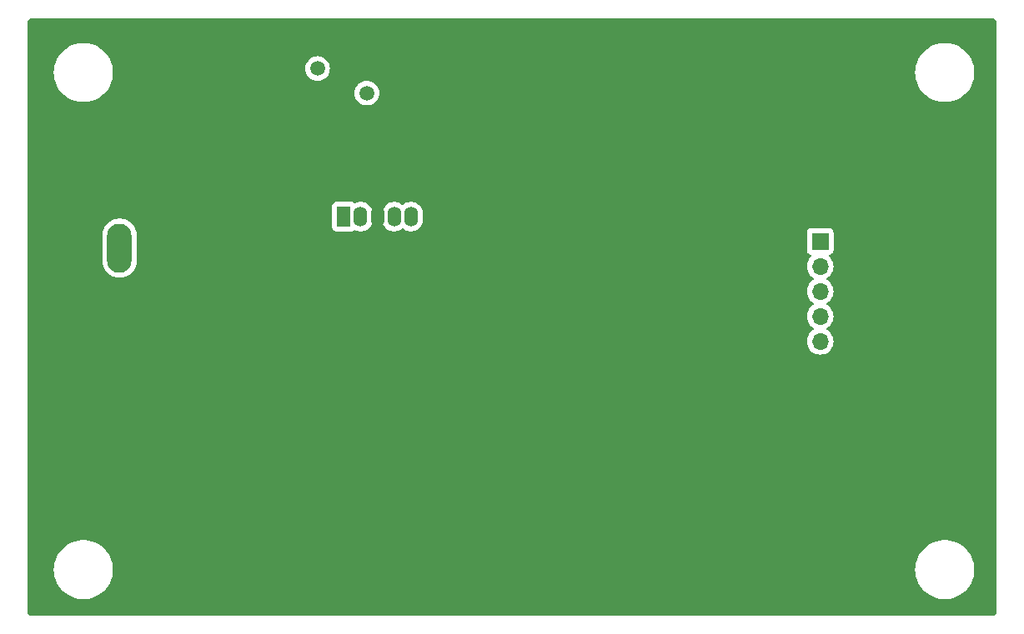
<source format=gbr>
%TF.GenerationSoftware,KiCad,Pcbnew,8.0.7-8.0.7-0~ubuntu20.04.1*%
%TF.CreationDate,2025-01-31T01:02:46+05:30*%
%TF.ProjectId,Buck_Converter_12V_3V3,4275636b-5f43-46f6-9e76-65727465725f,rev?*%
%TF.SameCoordinates,Original*%
%TF.FileFunction,Copper,L2,Bot*%
%TF.FilePolarity,Positive*%
%FSLAX46Y46*%
G04 Gerber Fmt 4.6, Leading zero omitted, Abs format (unit mm)*
G04 Created by KiCad (PCBNEW 8.0.7-8.0.7-0~ubuntu20.04.1) date 2025-01-31 01:02:46*
%MOMM*%
%LPD*%
G01*
G04 APERTURE LIST*
%TA.AperFunction,ComponentPad*%
%ADD10C,1.498600*%
%TD*%
%TA.AperFunction,ComponentPad*%
%ADD11O,2.500000X5.000000*%
%TD*%
%TA.AperFunction,ComponentPad*%
%ADD12O,2.250000X4.500000*%
%TD*%
%TA.AperFunction,ComponentPad*%
%ADD13O,4.500000X2.250000*%
%TD*%
%TA.AperFunction,ComponentPad*%
%ADD14R,1.700000X1.700000*%
%TD*%
%TA.AperFunction,ComponentPad*%
%ADD15O,1.700000X1.700000*%
%TD*%
%TA.AperFunction,ComponentPad*%
%ADD16R,1.400000X2.000001*%
%TD*%
%TA.AperFunction,ComponentPad*%
%ADD17O,1.400000X2.000001*%
%TD*%
%TA.AperFunction,ViaPad*%
%ADD18C,0.600000*%
%TD*%
G04 APERTURE END LIST*
D10*
%TO.P,RV1,1,1*%
%TO.N,Net-(J2-Pin_1)*%
X101990000Y-56960000D03*
%TO.P,RV1,2,2*%
%TO.N,Net-(U1-FB)*%
X106990000Y-59460000D03*
%TO.P,RV1,3,3*%
%TO.N,GND*%
X101990000Y-61959990D03*
%TD*%
D11*
%TO.P,J1,1*%
%TO.N,Net-(U1-VIN)*%
X81880000Y-75210000D03*
D12*
%TO.P,J1,2*%
%TO.N,GND*%
X75880000Y-75210000D03*
D13*
%TO.P,J1,3*%
X78880000Y-79910000D03*
%TD*%
D14*
%TO.P,J3,1,Pin_1*%
%TO.N,GND*%
X160890000Y-74530000D03*
D15*
%TO.P,J3,2,Pin_2*%
X160890000Y-77070000D03*
%TO.P,J3,3,Pin_3*%
X160890000Y-79610000D03*
%TO.P,J3,4,Pin_4*%
X160890000Y-82150000D03*
%TO.P,J3,5,Pin_5*%
X160890000Y-84690000D03*
%TD*%
D14*
%TO.P,J2,1,Pin_1*%
%TO.N,Net-(J2-Pin_1)*%
X153020000Y-74530000D03*
D15*
%TO.P,J2,2,Pin_2*%
X153020000Y-77070000D03*
%TO.P,J2,3,Pin_3*%
X153020000Y-79610000D03*
%TO.P,J2,4,Pin_4*%
X153020000Y-82150000D03*
%TO.P,J2,5,Pin_5*%
X153020000Y-84690000D03*
%TD*%
D16*
%TO.P,U1,1,VIN*%
%TO.N,Net-(U1-VIN)*%
X104659999Y-72010000D03*
D17*
%TO.P,U1,2,OUT*%
%TO.N,Net-(D1-K)*%
X106359999Y-72010000D03*
%TO.P,U1,3,GND*%
%TO.N,GND*%
X108060000Y-72010000D03*
%TO.P,U1,4,FB*%
%TO.N,Net-(U1-FB)*%
X109759999Y-72010000D03*
%TO.P,U1,5,ON_OFF_N*%
%TO.N,Net-(U1-ON_OFF_N)*%
X111459999Y-72010000D03*
%TD*%
D18*
%TO.N,GND*%
X153430000Y-94740000D03*
X156510000Y-94740000D03*
X150350000Y-94740000D03*
X154970000Y-94740000D03*
X151890000Y-94740000D03*
X150350000Y-99000000D03*
X153430000Y-100540000D03*
X156510000Y-100540000D03*
X154970000Y-95920000D03*
X153430000Y-99000000D03*
X151890000Y-97460000D03*
X156510000Y-95920000D03*
X150350000Y-100540000D03*
X151890000Y-99000000D03*
X154970000Y-99000000D03*
X154970000Y-97460000D03*
X150350000Y-95920000D03*
X156510000Y-99000000D03*
X151890000Y-95920000D03*
X153430000Y-97460000D03*
X156510000Y-97460000D03*
X154970000Y-100540000D03*
X151890000Y-100540000D03*
X150350000Y-97460000D03*
X153430000Y-95920000D03*
X141340000Y-55070000D03*
X90760000Y-103030000D03*
X148290000Y-63090000D03*
X86140000Y-92570000D03*
X86140000Y-95650000D03*
X120390000Y-103750000D03*
X117610000Y-70740000D03*
X84600000Y-92570000D03*
X86140000Y-101490000D03*
X120390000Y-100670000D03*
X142880000Y-56610000D03*
X121930000Y-105290000D03*
X96180000Y-57800000D03*
X154420000Y-56840000D03*
X84600000Y-94110000D03*
X90760000Y-89680000D03*
X90240000Y-60910000D03*
X123480000Y-83940000D03*
X84600000Y-99950000D03*
X119150000Y-75360000D03*
X120430000Y-81040000D03*
X93320000Y-59370000D03*
X93320000Y-56290000D03*
X94640000Y-60880000D03*
X120430000Y-79500000D03*
X133860000Y-53560000D03*
X120400000Y-96060000D03*
X120400000Y-91580000D03*
X87680000Y-94110000D03*
X149830000Y-61550000D03*
X90760000Y-99950000D03*
X120400000Y-87020000D03*
X120400000Y-94520000D03*
X90240000Y-57830000D03*
X84600000Y-89680000D03*
X121970000Y-79500000D03*
X123470000Y-102210000D03*
X120400000Y-93120000D03*
X116070000Y-73820000D03*
X135400000Y-55100000D03*
X142880000Y-53530000D03*
X119150000Y-72280000D03*
X117610000Y-73820000D03*
X84600000Y-98410000D03*
X120690000Y-75360000D03*
X90760000Y-97190000D03*
X153430000Y-101730000D03*
X154230000Y-59980000D03*
X139800000Y-53530000D03*
X125050000Y-79500000D03*
X121940000Y-90040000D03*
X122010000Y-73790000D03*
X126630000Y-72250000D03*
X154230000Y-61520000D03*
X126630000Y-70710000D03*
X87680000Y-98410000D03*
X126560000Y-94520000D03*
X152910000Y-64630000D03*
X126550000Y-105290000D03*
X149800000Y-58380000D03*
X120430000Y-76420000D03*
X120700000Y-64480000D03*
X123480000Y-93120000D03*
X125020000Y-96060000D03*
X84600000Y-97190000D03*
X125010000Y-103750000D03*
X135400000Y-56640000D03*
X132320000Y-56640000D03*
X119160000Y-61400000D03*
X150350000Y-103270000D03*
X125020000Y-99140000D03*
X121940000Y-83940000D03*
X148290000Y-61550000D03*
X93320000Y-57830000D03*
X149830000Y-64630000D03*
X87680000Y-91220000D03*
X139800000Y-56610000D03*
X154230000Y-64600000D03*
X87650000Y-85280000D03*
X126630000Y-69170000D03*
X126590000Y-79500000D03*
X141340000Y-56610000D03*
X120390000Y-102210000D03*
X132320000Y-53560000D03*
X117620000Y-61400000D03*
X149830000Y-66170000D03*
X89220000Y-91220000D03*
X87680000Y-97190000D03*
X90240000Y-56290000D03*
X86140000Y-97190000D03*
X136940000Y-53560000D03*
X125020000Y-93120000D03*
X90730000Y-85280000D03*
X123550000Y-70710000D03*
X125020000Y-88500000D03*
X93320000Y-62450000D03*
X120690000Y-73820000D03*
X125090000Y-72250000D03*
X151340000Y-58380000D03*
X125020000Y-94520000D03*
X120400000Y-82400000D03*
X156510000Y-103270000D03*
X123510000Y-77960000D03*
X88700000Y-62450000D03*
X120700000Y-66020000D03*
X86140000Y-103030000D03*
X116070000Y-72280000D03*
X151370000Y-61550000D03*
X126560000Y-85480000D03*
X125010000Y-102210000D03*
X126550000Y-102210000D03*
X149800000Y-53760000D03*
X93320000Y-60910000D03*
X153430000Y-103270000D03*
X154230000Y-66140000D03*
X126550000Y-100670000D03*
X151370000Y-66170000D03*
X119160000Y-66020000D03*
X126630000Y-73790000D03*
X89220000Y-86600000D03*
X154420000Y-58380000D03*
X89220000Y-101490000D03*
X117620000Y-67560000D03*
X84570000Y-85280000D03*
X125090000Y-75330000D03*
X89220000Y-103030000D03*
X121940000Y-87020000D03*
X120390000Y-105290000D03*
X121930000Y-103750000D03*
X152910000Y-66170000D03*
X90240000Y-62450000D03*
X120400000Y-85480000D03*
X154230000Y-63060000D03*
X90760000Y-86600000D03*
X125020000Y-82400000D03*
X123480000Y-96060000D03*
X123480000Y-85480000D03*
X91780000Y-56290000D03*
X120690000Y-72280000D03*
X126560000Y-99140000D03*
X125090000Y-73790000D03*
X136940000Y-55100000D03*
X87680000Y-88140000D03*
X87680000Y-92570000D03*
X121930000Y-102210000D03*
X126560000Y-90040000D03*
X125020000Y-90040000D03*
X89220000Y-92570000D03*
X152910000Y-63090000D03*
X120700000Y-61400000D03*
X86140000Y-98410000D03*
X96180000Y-56260000D03*
X86140000Y-91220000D03*
X123510000Y-79500000D03*
X121940000Y-99140000D03*
X126550000Y-103750000D03*
X120400000Y-99140000D03*
X148260000Y-53760000D03*
X86140000Y-86600000D03*
X120700000Y-67560000D03*
X151890000Y-101730000D03*
X86140000Y-99950000D03*
X152880000Y-56840000D03*
X120400000Y-88500000D03*
X135400000Y-53560000D03*
X148260000Y-56840000D03*
X120400000Y-97600000D03*
X141340000Y-53530000D03*
X122010000Y-75330000D03*
X120700000Y-62940000D03*
X86140000Y-88140000D03*
X96180000Y-59340000D03*
X126560000Y-93120000D03*
X116080000Y-64480000D03*
X152910000Y-61550000D03*
X125050000Y-76420000D03*
X87680000Y-86600000D03*
X148260000Y-55300000D03*
X132320000Y-55100000D03*
X87680000Y-89680000D03*
X88700000Y-60910000D03*
X149830000Y-63090000D03*
X94640000Y-57800000D03*
X94640000Y-56260000D03*
X150350000Y-101730000D03*
X126560000Y-97600000D03*
X123550000Y-72250000D03*
X90760000Y-92570000D03*
X152910000Y-60010000D03*
X126560000Y-83940000D03*
X151370000Y-64630000D03*
X117620000Y-64480000D03*
X123480000Y-94520000D03*
X139800000Y-55070000D03*
X125020000Y-83940000D03*
X138260000Y-56610000D03*
X119150000Y-70740000D03*
X84600000Y-103030000D03*
X121970000Y-77960000D03*
X89220000Y-97190000D03*
X122010000Y-70710000D03*
X154970000Y-103270000D03*
X126560000Y-82400000D03*
X91780000Y-62450000D03*
X148260000Y-58380000D03*
X116080000Y-66020000D03*
X125010000Y-105290000D03*
X125020000Y-85480000D03*
X119150000Y-69200000D03*
X90760000Y-91220000D03*
X123510000Y-81040000D03*
X126590000Y-76420000D03*
X121970000Y-81040000D03*
X87680000Y-103030000D03*
X91780000Y-60910000D03*
X91780000Y-57830000D03*
X96180000Y-60880000D03*
X89220000Y-95650000D03*
X123550000Y-69170000D03*
X126590000Y-81040000D03*
X151370000Y-63090000D03*
X116070000Y-69200000D03*
X123480000Y-88500000D03*
X89220000Y-89680000D03*
X122010000Y-72250000D03*
X87680000Y-95650000D03*
X116080000Y-61400000D03*
X123550000Y-75330000D03*
X86140000Y-89680000D03*
X123470000Y-105290000D03*
X84600000Y-91220000D03*
X89190000Y-85280000D03*
X123480000Y-91580000D03*
X88700000Y-57830000D03*
X136940000Y-56640000D03*
X120400000Y-90040000D03*
X151340000Y-55300000D03*
X125020000Y-87020000D03*
X126630000Y-75330000D03*
X126560000Y-91580000D03*
X84600000Y-88140000D03*
X116080000Y-62940000D03*
X154420000Y-55300000D03*
X126590000Y-77960000D03*
X121940000Y-85480000D03*
X133860000Y-55100000D03*
X116070000Y-70740000D03*
X123480000Y-99140000D03*
X90240000Y-59370000D03*
X117610000Y-75360000D03*
X96180000Y-62420000D03*
X90760000Y-95650000D03*
X148290000Y-60010000D03*
X151340000Y-56840000D03*
X90760000Y-94110000D03*
X121970000Y-76420000D03*
X133860000Y-56640000D03*
X121940000Y-94520000D03*
X91780000Y-59370000D03*
X88700000Y-59370000D03*
X125090000Y-69170000D03*
X123550000Y-73790000D03*
X121940000Y-91580000D03*
X156510000Y-101730000D03*
X88700000Y-56290000D03*
X119160000Y-67560000D03*
X121930000Y-100670000D03*
X149800000Y-55300000D03*
X89220000Y-99950000D03*
X87680000Y-99950000D03*
X149800000Y-56840000D03*
X125020000Y-91580000D03*
X123480000Y-87020000D03*
X121940000Y-82400000D03*
X89220000Y-88140000D03*
X89220000Y-94110000D03*
X90760000Y-101490000D03*
X121940000Y-97600000D03*
X151890000Y-103270000D03*
X120400000Y-83940000D03*
X154970000Y-101730000D03*
X152880000Y-53760000D03*
X84600000Y-95650000D03*
X119160000Y-62940000D03*
X117610000Y-69200000D03*
X148290000Y-64630000D03*
X125050000Y-81040000D03*
X84600000Y-101490000D03*
X123480000Y-90040000D03*
X125020000Y-97600000D03*
X117620000Y-66020000D03*
X116070000Y-75360000D03*
X116080000Y-67560000D03*
X89220000Y-98410000D03*
X154420000Y-53760000D03*
X94640000Y-62420000D03*
X84600000Y-86600000D03*
X123510000Y-76420000D03*
X94640000Y-59340000D03*
X125090000Y-70710000D03*
X121940000Y-88500000D03*
X121940000Y-96060000D03*
X117610000Y-72280000D03*
X90760000Y-88140000D03*
X123470000Y-100670000D03*
X123470000Y-103750000D03*
X125050000Y-77960000D03*
X126560000Y-96060000D03*
X119150000Y-73820000D03*
X87680000Y-101490000D03*
X142880000Y-55070000D03*
X151370000Y-60010000D03*
X138260000Y-55070000D03*
X148290000Y-66170000D03*
X125010000Y-100670000D03*
X152880000Y-55300000D03*
X122010000Y-69170000D03*
X138260000Y-53530000D03*
X149830000Y-60010000D03*
X126560000Y-87020000D03*
X120690000Y-69200000D03*
X119160000Y-64480000D03*
X126560000Y-88500000D03*
X90760000Y-98410000D03*
X86110000Y-85280000D03*
X86140000Y-94110000D03*
X123480000Y-82400000D03*
X152880000Y-58380000D03*
X123480000Y-97600000D03*
X151340000Y-53760000D03*
X121940000Y-93120000D03*
X120430000Y-77960000D03*
X120690000Y-70740000D03*
X117620000Y-62940000D03*
%TD*%
%TA.AperFunction,Conductor*%
%TO.N,GND*%
G36*
X170466922Y-51831280D02*
G01*
X170557266Y-51841459D01*
X170584331Y-51847636D01*
X170663540Y-51875352D01*
X170688553Y-51887398D01*
X170759606Y-51932043D01*
X170781313Y-51949355D01*
X170840644Y-52008686D01*
X170857957Y-52030395D01*
X170902600Y-52101444D01*
X170914648Y-52126462D01*
X170942362Y-52205666D01*
X170948540Y-52232735D01*
X170958720Y-52323076D01*
X170959500Y-52336961D01*
X170959500Y-112093038D01*
X170958720Y-112106923D01*
X170948540Y-112197264D01*
X170942362Y-112224333D01*
X170914648Y-112303537D01*
X170902600Y-112328555D01*
X170857957Y-112399604D01*
X170840644Y-112421313D01*
X170781313Y-112480644D01*
X170759604Y-112497957D01*
X170688555Y-112542600D01*
X170663537Y-112554648D01*
X170584333Y-112582362D01*
X170557264Y-112588540D01*
X170477075Y-112597576D01*
X170466921Y-112598720D01*
X170453038Y-112599500D01*
X73026962Y-112599500D01*
X73013078Y-112598720D01*
X73000553Y-112597308D01*
X72922735Y-112588540D01*
X72895666Y-112582362D01*
X72816462Y-112554648D01*
X72791444Y-112542600D01*
X72720395Y-112497957D01*
X72698686Y-112480644D01*
X72639355Y-112421313D01*
X72622042Y-112399604D01*
X72577399Y-112328555D01*
X72565351Y-112303537D01*
X72537637Y-112224333D01*
X72531459Y-112197263D01*
X72521280Y-112106922D01*
X72520500Y-112093038D01*
X72520500Y-107889996D01*
X75204415Y-107889996D01*
X75204415Y-107890003D01*
X75224738Y-108238927D01*
X75224739Y-108238938D01*
X75285428Y-108583127D01*
X75285430Y-108583134D01*
X75385674Y-108917972D01*
X75524107Y-109238895D01*
X75524113Y-109238908D01*
X75698870Y-109541597D01*
X75907584Y-109821949D01*
X75907589Y-109821955D01*
X75952114Y-109869148D01*
X76147442Y-110076183D01*
X76323903Y-110224251D01*
X76415186Y-110300847D01*
X76415194Y-110300853D01*
X76707203Y-110492911D01*
X76707207Y-110492913D01*
X77019549Y-110649777D01*
X77347989Y-110769319D01*
X77688086Y-110849923D01*
X78035241Y-110890500D01*
X78035248Y-110890500D01*
X78384752Y-110890500D01*
X78384759Y-110890500D01*
X78731914Y-110849923D01*
X79072011Y-110769319D01*
X79400451Y-110649777D01*
X79712793Y-110492913D01*
X80004811Y-110300849D01*
X80272558Y-110076183D01*
X80512412Y-109821953D01*
X80721130Y-109541596D01*
X80895889Y-109238904D01*
X81034326Y-108917971D01*
X81134569Y-108583136D01*
X81195262Y-108238927D01*
X81215585Y-107890000D01*
X81215585Y-107889996D01*
X162664415Y-107889996D01*
X162664415Y-107890003D01*
X162684738Y-108238927D01*
X162684739Y-108238938D01*
X162745428Y-108583127D01*
X162745430Y-108583134D01*
X162845674Y-108917972D01*
X162984107Y-109238895D01*
X162984113Y-109238908D01*
X163158870Y-109541597D01*
X163367584Y-109821949D01*
X163367589Y-109821955D01*
X163412114Y-109869148D01*
X163607442Y-110076183D01*
X163783903Y-110224251D01*
X163875186Y-110300847D01*
X163875194Y-110300853D01*
X164167203Y-110492911D01*
X164167207Y-110492913D01*
X164479549Y-110649777D01*
X164807989Y-110769319D01*
X165148086Y-110849923D01*
X165495241Y-110890500D01*
X165495248Y-110890500D01*
X165844752Y-110890500D01*
X165844759Y-110890500D01*
X166191914Y-110849923D01*
X166532011Y-110769319D01*
X166860451Y-110649777D01*
X167172793Y-110492913D01*
X167464811Y-110300849D01*
X167732558Y-110076183D01*
X167972412Y-109821953D01*
X168181130Y-109541596D01*
X168355889Y-109238904D01*
X168494326Y-108917971D01*
X168594569Y-108583136D01*
X168655262Y-108238927D01*
X168675585Y-107890000D01*
X168655262Y-107541073D01*
X168655260Y-107541061D01*
X168594571Y-107196872D01*
X168594569Y-107196865D01*
X168494325Y-106862027D01*
X168355892Y-106541104D01*
X168355889Y-106541096D01*
X168181130Y-106238404D01*
X168181129Y-106238402D01*
X167972415Y-105958050D01*
X167972410Y-105958044D01*
X167856433Y-105835117D01*
X167732558Y-105703817D01*
X167584488Y-105579572D01*
X167464813Y-105479152D01*
X167464805Y-105479146D01*
X167172796Y-105287088D01*
X166860458Y-105130226D01*
X166860452Y-105130223D01*
X166532012Y-105010681D01*
X166532009Y-105010680D01*
X166191915Y-104930077D01*
X166148519Y-104925004D01*
X165844759Y-104889500D01*
X165495241Y-104889500D01*
X165191480Y-104925004D01*
X165148085Y-104930077D01*
X165148083Y-104930077D01*
X164807990Y-105010680D01*
X164807987Y-105010681D01*
X164479547Y-105130223D01*
X164479541Y-105130226D01*
X164167203Y-105287088D01*
X163875194Y-105479146D01*
X163875186Y-105479152D01*
X163607442Y-105703817D01*
X163607440Y-105703819D01*
X163367589Y-105958044D01*
X163367584Y-105958050D01*
X163158870Y-106238402D01*
X162984113Y-106541091D01*
X162984107Y-106541104D01*
X162845674Y-106862027D01*
X162745430Y-107196865D01*
X162745428Y-107196872D01*
X162684739Y-107541061D01*
X162684738Y-107541072D01*
X162664415Y-107889996D01*
X81215585Y-107889996D01*
X81195262Y-107541073D01*
X81195260Y-107541061D01*
X81134571Y-107196872D01*
X81134569Y-107196865D01*
X81034325Y-106862027D01*
X80895892Y-106541104D01*
X80895889Y-106541096D01*
X80721130Y-106238404D01*
X80721129Y-106238402D01*
X80512415Y-105958050D01*
X80512410Y-105958044D01*
X80396433Y-105835117D01*
X80272558Y-105703817D01*
X80124488Y-105579572D01*
X80004813Y-105479152D01*
X80004805Y-105479146D01*
X79712796Y-105287088D01*
X79400458Y-105130226D01*
X79400452Y-105130223D01*
X79072012Y-105010681D01*
X79072009Y-105010680D01*
X78731915Y-104930077D01*
X78688519Y-104925004D01*
X78384759Y-104889500D01*
X78035241Y-104889500D01*
X77731480Y-104925004D01*
X77688085Y-104930077D01*
X77688083Y-104930077D01*
X77347990Y-105010680D01*
X77347987Y-105010681D01*
X77019547Y-105130223D01*
X77019541Y-105130226D01*
X76707203Y-105287088D01*
X76415194Y-105479146D01*
X76415186Y-105479152D01*
X76147442Y-105703817D01*
X76147440Y-105703819D01*
X75907589Y-105958044D01*
X75907584Y-105958050D01*
X75698870Y-106238402D01*
X75524113Y-106541091D01*
X75524107Y-106541104D01*
X75385674Y-106862027D01*
X75285430Y-107196865D01*
X75285428Y-107196872D01*
X75224739Y-107541061D01*
X75224738Y-107541072D01*
X75204415Y-107889996D01*
X72520500Y-107889996D01*
X72520500Y-73845258D01*
X80129500Y-73845258D01*
X80129500Y-76574741D01*
X80154446Y-76764215D01*
X80159452Y-76802238D01*
X80218842Y-77023887D01*
X80306650Y-77235876D01*
X80306657Y-77235890D01*
X80421392Y-77434617D01*
X80561081Y-77616661D01*
X80561089Y-77616670D01*
X80723330Y-77778911D01*
X80723338Y-77778918D01*
X80905382Y-77918607D01*
X80905385Y-77918608D01*
X80905388Y-77918611D01*
X81104112Y-78033344D01*
X81104117Y-78033346D01*
X81104123Y-78033349D01*
X81195480Y-78071190D01*
X81316113Y-78121158D01*
X81537762Y-78180548D01*
X81765266Y-78210500D01*
X81765273Y-78210500D01*
X81994727Y-78210500D01*
X81994734Y-78210500D01*
X82222238Y-78180548D01*
X82443887Y-78121158D01*
X82655888Y-78033344D01*
X82854612Y-77918611D01*
X83036661Y-77778919D01*
X83036665Y-77778914D01*
X83036670Y-77778911D01*
X83198911Y-77616670D01*
X83198914Y-77616665D01*
X83198919Y-77616661D01*
X83338611Y-77434612D01*
X83453344Y-77235888D01*
X83522058Y-77069999D01*
X151664341Y-77069999D01*
X151664341Y-77070000D01*
X151684936Y-77305403D01*
X151684938Y-77305413D01*
X151746094Y-77533655D01*
X151746096Y-77533659D01*
X151746097Y-77533663D01*
X151784800Y-77616661D01*
X151845965Y-77747830D01*
X151845967Y-77747834D01*
X151954281Y-77902521D01*
X151965544Y-77918607D01*
X151981501Y-77941395D01*
X151981506Y-77941402D01*
X152148597Y-78108493D01*
X152148603Y-78108498D01*
X152334158Y-78238425D01*
X152377783Y-78293002D01*
X152384977Y-78362500D01*
X152353454Y-78424855D01*
X152334158Y-78441575D01*
X152148597Y-78571505D01*
X151981505Y-78738597D01*
X151845965Y-78932169D01*
X151845964Y-78932171D01*
X151746098Y-79146335D01*
X151746094Y-79146344D01*
X151684938Y-79374586D01*
X151684936Y-79374596D01*
X151664341Y-79609999D01*
X151664341Y-79610000D01*
X151684936Y-79845403D01*
X151684938Y-79845413D01*
X151746094Y-80073655D01*
X151746096Y-80073659D01*
X151746097Y-80073663D01*
X151845965Y-80287830D01*
X151845967Y-80287834D01*
X151981501Y-80481395D01*
X151981506Y-80481402D01*
X152148597Y-80648493D01*
X152148603Y-80648498D01*
X152334158Y-80778425D01*
X152377783Y-80833002D01*
X152384977Y-80902500D01*
X152353454Y-80964855D01*
X152334158Y-80981575D01*
X152148597Y-81111505D01*
X151981505Y-81278597D01*
X151845965Y-81472169D01*
X151845964Y-81472171D01*
X151746098Y-81686335D01*
X151746094Y-81686344D01*
X151684938Y-81914586D01*
X151684936Y-81914596D01*
X151664341Y-82149999D01*
X151664341Y-82150000D01*
X151684936Y-82385403D01*
X151684938Y-82385413D01*
X151746094Y-82613655D01*
X151746096Y-82613659D01*
X151746097Y-82613663D01*
X151845965Y-82827830D01*
X151845967Y-82827834D01*
X151981501Y-83021395D01*
X151981506Y-83021402D01*
X152148597Y-83188493D01*
X152148603Y-83188498D01*
X152334158Y-83318425D01*
X152377783Y-83373002D01*
X152384977Y-83442500D01*
X152353454Y-83504855D01*
X152334158Y-83521575D01*
X152148597Y-83651505D01*
X151981505Y-83818597D01*
X151845965Y-84012169D01*
X151845964Y-84012171D01*
X151746098Y-84226335D01*
X151746094Y-84226344D01*
X151684938Y-84454586D01*
X151684936Y-84454596D01*
X151664341Y-84689999D01*
X151664341Y-84690000D01*
X151684936Y-84925403D01*
X151684938Y-84925413D01*
X151746094Y-85153655D01*
X151746096Y-85153659D01*
X151746097Y-85153663D01*
X151845965Y-85367830D01*
X151845967Y-85367834D01*
X151954281Y-85522521D01*
X151981505Y-85561401D01*
X152148599Y-85728495D01*
X152245384Y-85796265D01*
X152342165Y-85864032D01*
X152342167Y-85864033D01*
X152342170Y-85864035D01*
X152556337Y-85963903D01*
X152784592Y-86025063D01*
X152972918Y-86041539D01*
X153019999Y-86045659D01*
X153020000Y-86045659D01*
X153020001Y-86045659D01*
X153059234Y-86042226D01*
X153255408Y-86025063D01*
X153483663Y-85963903D01*
X153697830Y-85864035D01*
X153891401Y-85728495D01*
X154058495Y-85561401D01*
X154194035Y-85367830D01*
X154293903Y-85153663D01*
X154355063Y-84925408D01*
X154375659Y-84690000D01*
X154355063Y-84454592D01*
X154293903Y-84226337D01*
X154194035Y-84012171D01*
X154058495Y-83818599D01*
X154058494Y-83818597D01*
X153891402Y-83651506D01*
X153891396Y-83651501D01*
X153705842Y-83521575D01*
X153662217Y-83466998D01*
X153655023Y-83397500D01*
X153686546Y-83335145D01*
X153705842Y-83318425D01*
X153728026Y-83302891D01*
X153891401Y-83188495D01*
X154058495Y-83021401D01*
X154194035Y-82827830D01*
X154293903Y-82613663D01*
X154355063Y-82385408D01*
X154375659Y-82150000D01*
X154355063Y-81914592D01*
X154293903Y-81686337D01*
X154194035Y-81472171D01*
X154058495Y-81278599D01*
X154058494Y-81278597D01*
X153891402Y-81111506D01*
X153891396Y-81111501D01*
X153705842Y-80981575D01*
X153662217Y-80926998D01*
X153655023Y-80857500D01*
X153686546Y-80795145D01*
X153705842Y-80778425D01*
X153728026Y-80762891D01*
X153891401Y-80648495D01*
X154058495Y-80481401D01*
X154194035Y-80287830D01*
X154293903Y-80073663D01*
X154355063Y-79845408D01*
X154375659Y-79610000D01*
X154355063Y-79374592D01*
X154293903Y-79146337D01*
X154194035Y-78932171D01*
X154058495Y-78738599D01*
X154058494Y-78738597D01*
X153891402Y-78571506D01*
X153891396Y-78571501D01*
X153705842Y-78441575D01*
X153662217Y-78386998D01*
X153655023Y-78317500D01*
X153686546Y-78255145D01*
X153705842Y-78238425D01*
X153745724Y-78210499D01*
X153891401Y-78108495D01*
X154058495Y-77941401D01*
X154194035Y-77747830D01*
X154293903Y-77533663D01*
X154355063Y-77305408D01*
X154375659Y-77070000D01*
X154355063Y-76834592D01*
X154293903Y-76606337D01*
X154194035Y-76392171D01*
X154058495Y-76198599D01*
X153936567Y-76076671D01*
X153903084Y-76015351D01*
X153908068Y-75945659D01*
X153949939Y-75889725D01*
X153980915Y-75872810D01*
X154112331Y-75823796D01*
X154227546Y-75737546D01*
X154313796Y-75622331D01*
X154364091Y-75487483D01*
X154370500Y-75427873D01*
X154370499Y-73632128D01*
X154364091Y-73572517D01*
X154319811Y-73453797D01*
X154313797Y-73437671D01*
X154313793Y-73437664D01*
X154227547Y-73322455D01*
X154227544Y-73322452D01*
X154112335Y-73236206D01*
X154112328Y-73236202D01*
X153977482Y-73185908D01*
X153977483Y-73185908D01*
X153917883Y-73179501D01*
X153917881Y-73179500D01*
X153917873Y-73179500D01*
X153917864Y-73179500D01*
X152122129Y-73179500D01*
X152122123Y-73179501D01*
X152062516Y-73185908D01*
X151927671Y-73236202D01*
X151927664Y-73236206D01*
X151812455Y-73322452D01*
X151812452Y-73322455D01*
X151726206Y-73437664D01*
X151726202Y-73437671D01*
X151675908Y-73572517D01*
X151669501Y-73632116D01*
X151669501Y-73632123D01*
X151669500Y-73632135D01*
X151669500Y-75427870D01*
X151669501Y-75427876D01*
X151675908Y-75487483D01*
X151726202Y-75622328D01*
X151726206Y-75622335D01*
X151812452Y-75737544D01*
X151812455Y-75737547D01*
X151927664Y-75823793D01*
X151927671Y-75823797D01*
X152059081Y-75872810D01*
X152115015Y-75914681D01*
X152139432Y-75980145D01*
X152124580Y-76048418D01*
X152103430Y-76076673D01*
X151981503Y-76198600D01*
X151845965Y-76392169D01*
X151845964Y-76392171D01*
X151746098Y-76606335D01*
X151746094Y-76606344D01*
X151684938Y-76834586D01*
X151684936Y-76834596D01*
X151664341Y-77069999D01*
X83522058Y-77069999D01*
X83541158Y-77023887D01*
X83600548Y-76802238D01*
X83630500Y-76574734D01*
X83630500Y-73845266D01*
X83600548Y-73617762D01*
X83541158Y-73396113D01*
X83491190Y-73275480D01*
X83453349Y-73184123D01*
X83453346Y-73184117D01*
X83453344Y-73184112D01*
X83338611Y-72985388D01*
X83338608Y-72985385D01*
X83338607Y-72985382D01*
X83198918Y-72803338D01*
X83198911Y-72803330D01*
X83036670Y-72641089D01*
X83036661Y-72641081D01*
X82854617Y-72501392D01*
X82655890Y-72386657D01*
X82655876Y-72386650D01*
X82443887Y-72298842D01*
X82222238Y-72239452D01*
X82184215Y-72234446D01*
X81994741Y-72209500D01*
X81994734Y-72209500D01*
X81765266Y-72209500D01*
X81765258Y-72209500D01*
X81548715Y-72238009D01*
X81537762Y-72239452D01*
X81444076Y-72264554D01*
X81316112Y-72298842D01*
X81104123Y-72386650D01*
X81104109Y-72386657D01*
X80905382Y-72501392D01*
X80723338Y-72641081D01*
X80561081Y-72803338D01*
X80421392Y-72985382D01*
X80306657Y-73184109D01*
X80306650Y-73184123D01*
X80218842Y-73396112D01*
X80196113Y-73480940D01*
X80171576Y-73572516D01*
X80159453Y-73617759D01*
X80159451Y-73617770D01*
X80129500Y-73845258D01*
X72520500Y-73845258D01*
X72520500Y-70962134D01*
X103459499Y-70962134D01*
X103459499Y-73057871D01*
X103459500Y-73057877D01*
X103465907Y-73117484D01*
X103516201Y-73252329D01*
X103516205Y-73252336D01*
X103602451Y-73367545D01*
X103602454Y-73367548D01*
X103717663Y-73453794D01*
X103717670Y-73453798D01*
X103852516Y-73504092D01*
X103852515Y-73504092D01*
X103859443Y-73504836D01*
X103912126Y-73510501D01*
X105407871Y-73510500D01*
X105467482Y-73504092D01*
X105602330Y-73453797D01*
X105685574Y-73391480D01*
X105751036Y-73367063D01*
X105816179Y-73380263D01*
X105899158Y-73422543D01*
X105899156Y-73422543D01*
X105899164Y-73422545D01*
X105899167Y-73422547D01*
X105945714Y-73437671D01*
X106078880Y-73480940D01*
X106265513Y-73510500D01*
X106265518Y-73510500D01*
X106454485Y-73510500D01*
X106641117Y-73480940D01*
X106820831Y-73422547D01*
X106989198Y-73336760D01*
X107142072Y-73225690D01*
X107275689Y-73092073D01*
X107386759Y-72939199D01*
X107472546Y-72770832D01*
X107530939Y-72591118D01*
X107545150Y-72501392D01*
X107560499Y-72404486D01*
X107560499Y-71615513D01*
X108559499Y-71615513D01*
X108559499Y-72404486D01*
X108589058Y-72591118D01*
X108647453Y-72770836D01*
X108733239Y-72939199D01*
X108844309Y-73092073D01*
X108977926Y-73225690D01*
X109130800Y-73336760D01*
X109190273Y-73367063D01*
X109299162Y-73422545D01*
X109299164Y-73422545D01*
X109299167Y-73422547D01*
X109345714Y-73437671D01*
X109478880Y-73480940D01*
X109665513Y-73510500D01*
X109665518Y-73510500D01*
X109854485Y-73510500D01*
X110041117Y-73480940D01*
X110220831Y-73422547D01*
X110389198Y-73336760D01*
X110537115Y-73229291D01*
X110602919Y-73205812D01*
X110670973Y-73221637D01*
X110682873Y-73229284D01*
X110830800Y-73336760D01*
X110890273Y-73367063D01*
X110999162Y-73422545D01*
X110999164Y-73422545D01*
X110999167Y-73422547D01*
X111045714Y-73437671D01*
X111178880Y-73480940D01*
X111365513Y-73510500D01*
X111365518Y-73510500D01*
X111554485Y-73510500D01*
X111741117Y-73480940D01*
X111920831Y-73422547D01*
X112089198Y-73336760D01*
X112242072Y-73225690D01*
X112375689Y-73092073D01*
X112486759Y-72939199D01*
X112572546Y-72770832D01*
X112630939Y-72591118D01*
X112645150Y-72501392D01*
X112660499Y-72404486D01*
X112660499Y-71615513D01*
X112630939Y-71428881D01*
X112572544Y-71249163D01*
X112486758Y-71080800D01*
X112375689Y-70927927D01*
X112242072Y-70794310D01*
X112089198Y-70683240D01*
X112082109Y-70679628D01*
X111920835Y-70597454D01*
X111741117Y-70539059D01*
X111554485Y-70509500D01*
X111554480Y-70509500D01*
X111365518Y-70509500D01*
X111365513Y-70509500D01*
X111178880Y-70539059D01*
X110999162Y-70597454D01*
X110830799Y-70683240D01*
X110682885Y-70790707D01*
X110617078Y-70814187D01*
X110549024Y-70798362D01*
X110537113Y-70790707D01*
X110389198Y-70683240D01*
X110220835Y-70597454D01*
X110041117Y-70539059D01*
X109854485Y-70509500D01*
X109854480Y-70509500D01*
X109665518Y-70509500D01*
X109665513Y-70509500D01*
X109478880Y-70539059D01*
X109299162Y-70597454D01*
X109130799Y-70683240D01*
X109043578Y-70746610D01*
X108977926Y-70794310D01*
X108977924Y-70794312D01*
X108977923Y-70794312D01*
X108844311Y-70927924D01*
X108844311Y-70927925D01*
X108844309Y-70927927D01*
X108819470Y-70962115D01*
X108733239Y-71080800D01*
X108647453Y-71249163D01*
X108589058Y-71428881D01*
X108559499Y-71615513D01*
X107560499Y-71615513D01*
X107530939Y-71428881D01*
X107472544Y-71249163D01*
X107386758Y-71080800D01*
X107275689Y-70927927D01*
X107142072Y-70794310D01*
X106989198Y-70683240D01*
X106982109Y-70679628D01*
X106820835Y-70597454D01*
X106641117Y-70539059D01*
X106454485Y-70509500D01*
X106454480Y-70509500D01*
X106265518Y-70509500D01*
X106265513Y-70509500D01*
X106078880Y-70539059D01*
X105899160Y-70597455D01*
X105816178Y-70639737D01*
X105747509Y-70652633D01*
X105685573Y-70628519D01*
X105602329Y-70566202D01*
X105602327Y-70566201D01*
X105467481Y-70515907D01*
X105467482Y-70515907D01*
X105407882Y-70509500D01*
X105407880Y-70509499D01*
X105407872Y-70509499D01*
X105407863Y-70509499D01*
X103912128Y-70509499D01*
X103912122Y-70509500D01*
X103852515Y-70515907D01*
X103717670Y-70566201D01*
X103717663Y-70566205D01*
X103602454Y-70652451D01*
X103602451Y-70652454D01*
X103516205Y-70767663D01*
X103516201Y-70767670D01*
X103465907Y-70902516D01*
X103459500Y-70962115D01*
X103459499Y-70962134D01*
X72520500Y-70962134D01*
X72520500Y-57369996D01*
X75204415Y-57369996D01*
X75204415Y-57370003D01*
X75224738Y-57718927D01*
X75224739Y-57718938D01*
X75285428Y-58063127D01*
X75285430Y-58063134D01*
X75385674Y-58397972D01*
X75524107Y-58718895D01*
X75524113Y-58718908D01*
X75698870Y-59021597D01*
X75907584Y-59301949D01*
X75907589Y-59301955D01*
X75952114Y-59349148D01*
X76147442Y-59556183D01*
X76292438Y-59677849D01*
X76415186Y-59780847D01*
X76415194Y-59780853D01*
X76707203Y-59972911D01*
X76707207Y-59972913D01*
X77019549Y-60129777D01*
X77347989Y-60249319D01*
X77688086Y-60329923D01*
X78035241Y-60370500D01*
X78035248Y-60370500D01*
X78384752Y-60370500D01*
X78384759Y-60370500D01*
X78731914Y-60329923D01*
X79072011Y-60249319D01*
X79400451Y-60129777D01*
X79712793Y-59972913D01*
X80004811Y-59780849D01*
X80272558Y-59556183D01*
X80363303Y-59459999D01*
X105735426Y-59459999D01*
X105735426Y-59460000D01*
X105754485Y-59677849D01*
X105754487Y-59677859D01*
X105811083Y-59889082D01*
X105811085Y-59889086D01*
X105811086Y-59889090D01*
X105850173Y-59972913D01*
X105903506Y-60087286D01*
X105903507Y-60087287D01*
X106028941Y-60266425D01*
X106183575Y-60421059D01*
X106362713Y-60546493D01*
X106560910Y-60638914D01*
X106772146Y-60695514D01*
X106946429Y-60710762D01*
X106989999Y-60714574D01*
X106990000Y-60714574D01*
X106990001Y-60714574D01*
X107026309Y-60711397D01*
X107207854Y-60695514D01*
X107419090Y-60638914D01*
X107617287Y-60546493D01*
X107796425Y-60421059D01*
X107951059Y-60266425D01*
X108076493Y-60087287D01*
X108168914Y-59889090D01*
X108225514Y-59677854D01*
X108244574Y-59460000D01*
X108225514Y-59242146D01*
X108168914Y-59030910D01*
X108076493Y-58832713D01*
X107951059Y-58653575D01*
X107796425Y-58498941D01*
X107617287Y-58373507D01*
X107617288Y-58373507D01*
X107617286Y-58373506D01*
X107518188Y-58327296D01*
X107419090Y-58281086D01*
X107419086Y-58281085D01*
X107419082Y-58281083D01*
X107207859Y-58224487D01*
X107207849Y-58224485D01*
X106990001Y-58205426D01*
X106989999Y-58205426D01*
X106772150Y-58224485D01*
X106772140Y-58224487D01*
X106560917Y-58281083D01*
X106560908Y-58281087D01*
X106362713Y-58373506D01*
X106252026Y-58451011D01*
X106183575Y-58498941D01*
X106183573Y-58498942D01*
X106183570Y-58498945D01*
X106028945Y-58653570D01*
X106028942Y-58653573D01*
X106028941Y-58653575D01*
X105987190Y-58713201D01*
X105903506Y-58832713D01*
X105811087Y-59030908D01*
X105811083Y-59030917D01*
X105754487Y-59242140D01*
X105754485Y-59242150D01*
X105735426Y-59459999D01*
X80363303Y-59459999D01*
X80512412Y-59301953D01*
X80721130Y-59021596D01*
X80895889Y-58718904D01*
X81034326Y-58397971D01*
X81134569Y-58063136D01*
X81195262Y-57718927D01*
X81215585Y-57370000D01*
X81195262Y-57021073D01*
X81184493Y-56959999D01*
X100735426Y-56959999D01*
X100735426Y-56960000D01*
X100754485Y-57177849D01*
X100754487Y-57177859D01*
X100811083Y-57389082D01*
X100811085Y-57389086D01*
X100811086Y-57389090D01*
X100857296Y-57488188D01*
X100903506Y-57587286D01*
X100903507Y-57587287D01*
X101028941Y-57766425D01*
X101183575Y-57921059D01*
X101362713Y-58046493D01*
X101560910Y-58138914D01*
X101772146Y-58195514D01*
X101946429Y-58210762D01*
X101989999Y-58214574D01*
X101990000Y-58214574D01*
X101990001Y-58214574D01*
X102026309Y-58211397D01*
X102207854Y-58195514D01*
X102419090Y-58138914D01*
X102617287Y-58046493D01*
X102796425Y-57921059D01*
X102951059Y-57766425D01*
X103076493Y-57587287D01*
X103168914Y-57389090D01*
X103174030Y-57369996D01*
X162664415Y-57369996D01*
X162664415Y-57370003D01*
X162684738Y-57718927D01*
X162684739Y-57718938D01*
X162745428Y-58063127D01*
X162745430Y-58063134D01*
X162845674Y-58397972D01*
X162984107Y-58718895D01*
X162984113Y-58718908D01*
X163158870Y-59021597D01*
X163367584Y-59301949D01*
X163367589Y-59301955D01*
X163412114Y-59349148D01*
X163607442Y-59556183D01*
X163752438Y-59677849D01*
X163875186Y-59780847D01*
X163875194Y-59780853D01*
X164167203Y-59972911D01*
X164167207Y-59972913D01*
X164479549Y-60129777D01*
X164807989Y-60249319D01*
X165148086Y-60329923D01*
X165495241Y-60370500D01*
X165495248Y-60370500D01*
X165844752Y-60370500D01*
X165844759Y-60370500D01*
X166191914Y-60329923D01*
X166532011Y-60249319D01*
X166860451Y-60129777D01*
X167172793Y-59972913D01*
X167464811Y-59780849D01*
X167732558Y-59556183D01*
X167972412Y-59301953D01*
X168181130Y-59021596D01*
X168355889Y-58718904D01*
X168494326Y-58397971D01*
X168594569Y-58063136D01*
X168655262Y-57718927D01*
X168675585Y-57370000D01*
X168655262Y-57021073D01*
X168644493Y-56959999D01*
X168594571Y-56676872D01*
X168594569Y-56676865D01*
X168550873Y-56530910D01*
X168494326Y-56342029D01*
X168355889Y-56021096D01*
X168217320Y-55781087D01*
X168181129Y-55718402D01*
X167972415Y-55438050D01*
X167972410Y-55438044D01*
X167856433Y-55315117D01*
X167732558Y-55183817D01*
X167584488Y-55059572D01*
X167464813Y-54959152D01*
X167464805Y-54959146D01*
X167172796Y-54767088D01*
X166860458Y-54610226D01*
X166860452Y-54610223D01*
X166532012Y-54490681D01*
X166532009Y-54490680D01*
X166191915Y-54410077D01*
X166148519Y-54405004D01*
X165844759Y-54369500D01*
X165495241Y-54369500D01*
X165191480Y-54405004D01*
X165148085Y-54410077D01*
X165148083Y-54410077D01*
X164807990Y-54490680D01*
X164807987Y-54490681D01*
X164479547Y-54610223D01*
X164479541Y-54610226D01*
X164167203Y-54767088D01*
X163875194Y-54959146D01*
X163875186Y-54959152D01*
X163607442Y-55183817D01*
X163607440Y-55183819D01*
X163367589Y-55438044D01*
X163367584Y-55438050D01*
X163158870Y-55718402D01*
X162984113Y-56021091D01*
X162984107Y-56021104D01*
X162845674Y-56342027D01*
X162745430Y-56676865D01*
X162745428Y-56676872D01*
X162684739Y-57021061D01*
X162684738Y-57021072D01*
X162664415Y-57369996D01*
X103174030Y-57369996D01*
X103225514Y-57177854D01*
X103244574Y-56960000D01*
X103225514Y-56742146D01*
X103168914Y-56530910D01*
X103076493Y-56332713D01*
X102951059Y-56153575D01*
X102796425Y-55998941D01*
X102617287Y-55873507D01*
X102617288Y-55873507D01*
X102617286Y-55873506D01*
X102518188Y-55827296D01*
X102419090Y-55781086D01*
X102419086Y-55781085D01*
X102419082Y-55781083D01*
X102207859Y-55724487D01*
X102207849Y-55724485D01*
X101990001Y-55705426D01*
X101989999Y-55705426D01*
X101772150Y-55724485D01*
X101772140Y-55724487D01*
X101560917Y-55781083D01*
X101560908Y-55781087D01*
X101362713Y-55873506D01*
X101243201Y-55957190D01*
X101183575Y-55998941D01*
X101183573Y-55998942D01*
X101183570Y-55998945D01*
X101028945Y-56153570D01*
X100903506Y-56332713D01*
X100811087Y-56530908D01*
X100811083Y-56530917D01*
X100754487Y-56742140D01*
X100754485Y-56742150D01*
X100735426Y-56959999D01*
X81184493Y-56959999D01*
X81134571Y-56676872D01*
X81134569Y-56676865D01*
X81090873Y-56530910D01*
X81034326Y-56342029D01*
X80895889Y-56021096D01*
X80757320Y-55781087D01*
X80721129Y-55718402D01*
X80512415Y-55438050D01*
X80512410Y-55438044D01*
X80396433Y-55315117D01*
X80272558Y-55183817D01*
X80124488Y-55059572D01*
X80004813Y-54959152D01*
X80004805Y-54959146D01*
X79712796Y-54767088D01*
X79400458Y-54610226D01*
X79400452Y-54610223D01*
X79072012Y-54490681D01*
X79072009Y-54490680D01*
X78731915Y-54410077D01*
X78688519Y-54405004D01*
X78384759Y-54369500D01*
X78035241Y-54369500D01*
X77731480Y-54405004D01*
X77688085Y-54410077D01*
X77688083Y-54410077D01*
X77347990Y-54490680D01*
X77347987Y-54490681D01*
X77019547Y-54610223D01*
X77019541Y-54610226D01*
X76707203Y-54767088D01*
X76415194Y-54959146D01*
X76415186Y-54959152D01*
X76147442Y-55183817D01*
X76147440Y-55183819D01*
X75907589Y-55438044D01*
X75907584Y-55438050D01*
X75698870Y-55718402D01*
X75524113Y-56021091D01*
X75524107Y-56021104D01*
X75385674Y-56342027D01*
X75285430Y-56676865D01*
X75285428Y-56676872D01*
X75224739Y-57021061D01*
X75224738Y-57021072D01*
X75204415Y-57369996D01*
X72520500Y-57369996D01*
X72520500Y-52336961D01*
X72521280Y-52323077D01*
X72521280Y-52323076D01*
X72531459Y-52232731D01*
X72537635Y-52205670D01*
X72565353Y-52126456D01*
X72577396Y-52101450D01*
X72622046Y-52030389D01*
X72639351Y-52008690D01*
X72698690Y-51949351D01*
X72720389Y-51932046D01*
X72791450Y-51887396D01*
X72816456Y-51875353D01*
X72895670Y-51847635D01*
X72922733Y-51841459D01*
X72985419Y-51834396D01*
X73013079Y-51831280D01*
X73026962Y-51830500D01*
X73085892Y-51830500D01*
X170394108Y-51830500D01*
X170453038Y-51830500D01*
X170466922Y-51831280D01*
G37*
%TD.AperFunction*%
%TD*%
M02*

</source>
